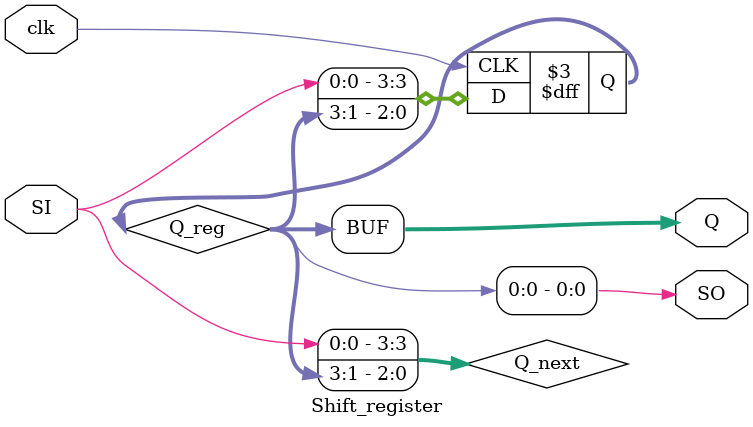
<source format=v>
`timescale 1ns / 1ps


module Shift_register
#(parameter n = 4)
(
    input clk,
    input SI,
    output [n-1:0] Q,
    output SO
    );
reg [n-1:0] Q_reg,Q_next;

always @(posedge clk)
    begin
        Q_reg <= Q_next;
    end
always @(SI,Q_reg)
    begin
    // Right Shift
        Q_next = {SI, Q_reg[n-1:1]};
    end
    // Left Shift
//    begin
//        Q_next = {Q_reg[n-2:1], SI};
//    end
assign SO = Q_reg[0];
assign Q = Q_reg;

endmodule

</source>
